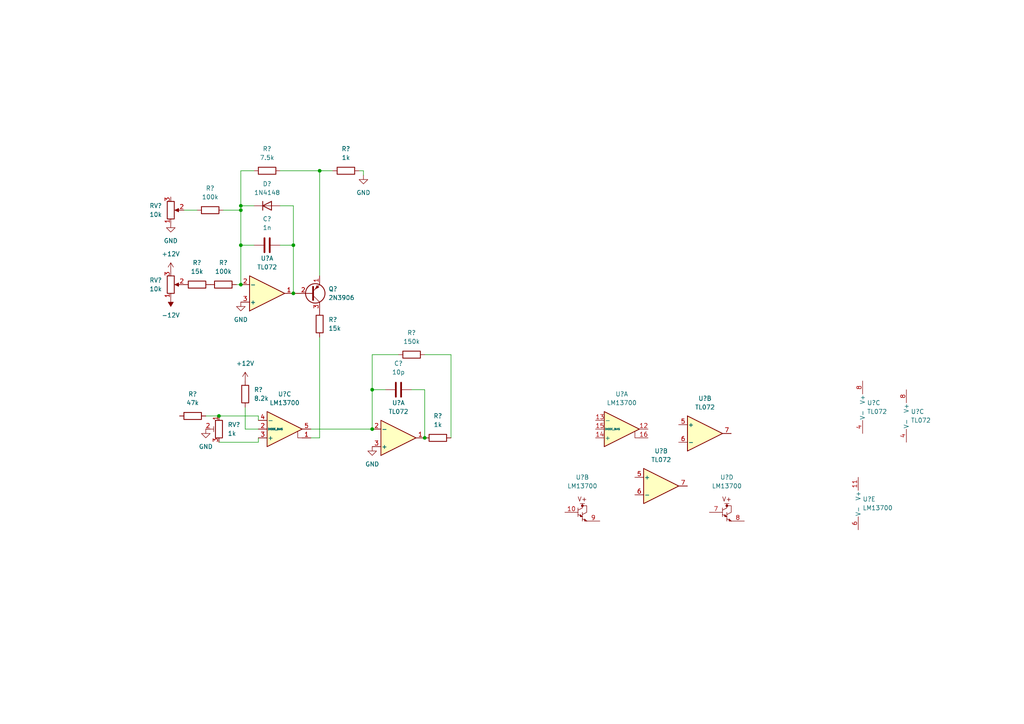
<source format=kicad_sch>
(kicad_sch (version 20211123) (generator eeschema)
  (paper "A4")
  (lib_symbols
    (symbol "Amplifier_Operational:LM13700" (pin_names (offset 0.127))
      (property "Reference" "U" (at 3.81 5.08 0))
      (property "Value" "LM13700" (at 5.08 -5.08 0))
      (symbol "LM13700_1_1"
        (polyline (pts (xy 3.81 -0.635) (xy 3.81 -2.54) (xy 5.08 -2.54)))
        (polyline (pts (xy 5.08 0) (xy -5.08 -5.08) (xy -5.08 5.08) (xy 5.08 0)) (stroke (width 0.254)) (fill (type background)))
        (pin output line (at 7.62 0 180) (length 2.54) (name "~") (number "12"))
        (pin input line (at -7.62 2.54 0) (length 2.54) (name "-") (number "13"))
        (pin input line (at -7.62 -2.54 0) (length 2.54) (name "+") (number "14"))
        (pin input line (at -7.62 0 0) (length 2.54) (name "DIODE_BIAS") (number "15"))
        (pin input line (at 7.62 -2.54 180) (length 2.54) (name "~") (number "16"))
      )
      (symbol "LM13700_2_0"
        (polyline (pts (xy -1.905 2.54) (xy -3.175 2.54)))
      )
      (symbol "LM13700_2_1"
        (circle (center -2.54 1.905) (radius 0.254) (stroke (width 0.254)) (fill (type outline)))
        (polyline (pts (xy -3.81 -0.635) (xy -2.54 -1.27)))
        (polyline (pts (xy -3.81 1.27) (xy -3.81 -1.27)))
        (polyline (pts (xy -2.54 -1.905) (xy -1.27 -2.54)))
        (polyline (pts (xy -2.54 0) (xy -2.54 -2.54)))
        (polyline (pts (xy -3.81 0.635) (xy -2.54 1.27) (xy -2.54 1.905) (xy -2.54 2.54)))
        (polyline (pts (xy -2.54 -1.27) (xy -3.175 -0.635) (xy -3.175 -1.27) (xy -2.54 -1.27)) (fill (type outline)))
        (polyline (pts (xy -2.54 -0.635) (xy -1.27 0) (xy -1.27 1.905) (xy -2.54 1.905)))
        (polyline (pts (xy -1.27 -2.54) (xy -1.905 -1.905) (xy -1.905 -2.54) (xy -1.27 -2.54)) (fill (type outline)))
        (text "V+" (at -2.54 3.81 0) (effects (font (size 1.27 1.27))))
        (pin input line (at -7.62 0 0) (length 3.81) (name "~") (number "10"))
        (pin output line (at 2.54 -2.54 180) (length 3.81) (name "~") (number "9"))
      )
      (symbol "LM13700_3_1"
        (polyline (pts (xy 3.81 -0.635) (xy 3.81 -2.54) (xy 5.08 -2.54)))
        (polyline (pts (xy 5.08 0) (xy -5.08 -5.08) (xy -5.08 5.08) (xy 5.08 0)) (stroke (width 0.254)) (fill (type background)))
        (pin input line (at 7.62 -2.54 180) (length 2.54) (name "~") (number "1"))
        (pin input line (at -7.62 0 0) (length 2.54) (name "DIODE_BIAS") (number "2"))
        (pin input line (at -7.62 -2.54 0) (length 2.54) (name "+") (number "3"))
        (pin input line (at -7.62 2.54 0) (length 2.54) (name "-") (number "4"))
        (pin output line (at 7.62 0 180) (length 2.54) (name "~") (number "5"))
      )
      (symbol "LM13700_4_0"
        (polyline (pts (xy -3.175 2.54) (xy -1.905 2.54)))
        (text "V+" (at -2.54 3.81 0) (effects (font (size 1.27 1.27))))
      )
      (symbol "LM13700_4_1"
        (circle (center -2.54 1.905) (radius 0.254) (stroke (width 0.254)) (fill (type outline)))
        (polyline (pts (xy -3.81 -0.635) (xy -2.54 -1.27)))
        (polyline (pts (xy -3.81 1.27) (xy -3.81 -1.27)))
        (polyline (pts (xy -2.54 -1.905) (xy -1.27 -2.54)))
        (polyline (pts (xy -2.54 0) (xy -2.54 -2.54)))
        (polyline (pts (xy -3.81 0.635) (xy -2.54 1.27) (xy -2.54 2.54)))
        (polyline (pts (xy -2.54 -1.27) (xy -3.175 -0.635) (xy -3.175 -1.27) (xy -2.54 -1.27)) (fill (type outline)))
        (polyline (pts (xy -2.54 -0.635) (xy -1.27 0) (xy -1.27 1.905) (xy -2.54 1.905)))
        (polyline (pts (xy -1.27 -2.54) (xy -1.905 -1.905) (xy -1.905 -2.54) (xy -1.27 -2.54)) (fill (type outline)))
        (pin input line (at -7.62 0 0) (length 3.81) (name "~") (number "7"))
        (pin output line (at 2.54 -2.54 180) (length 3.81) (name "~") (number "8"))
      )
      (symbol "LM13700_5_1"
        (pin power_in line (at -2.54 7.62 270) (length 3.81) (name "V+") (number "11"))
        (pin power_in line (at -2.54 -7.62 90) (length 3.81) (name "V-") (number "6"))
      )
    )
    (symbol "Amplifier_Operational:TL072" (pin_names (offset 0.127))
      (property "Reference" "U" (at 0 5.08 0))
      (property "Value" "TL072" (at 0 -5.08 0))
      (symbol "TL072_1_1"
        (polyline (pts (xy -5.08 5.08) (xy 5.08 0) (xy -5.08 -5.08) (xy -5.08 5.08)) (stroke (width 0.254)) (fill (type background)))
        (pin output line (at 7.62 0 180) (length 2.54) (name "~") (number "1"))
        (pin input line (at -7.62 -2.54 0) (length 2.54) (name "-") (number "2"))
        (pin input line (at -7.62 2.54 0) (length 2.54) (name "+") (number "3"))
      )
      (symbol "TL072_2_1"
        (polyline (pts (xy -5.08 5.08) (xy 5.08 0) (xy -5.08 -5.08) (xy -5.08 5.08)) (stroke (width 0.254)) (fill (type background)))
        (pin input line (at -7.62 2.54 0) (length 2.54) (name "+") (number "5"))
        (pin input line (at -7.62 -2.54 0) (length 2.54) (name "-") (number "6"))
        (pin output line (at 7.62 0 180) (length 2.54) (name "~") (number "7"))
      )
      (symbol "TL072_3_1"
        (pin power_in line (at -2.54 -7.62 90) (length 3.81) (name "V-") (number "4"))
        (pin power_in line (at -2.54 7.62 270) (length 3.81) (name "V+") (number "8"))
      )
    )
    (symbol "Device:C" (pin_numbers hide) (pin_names (offset 0.254))
      (property "Reference" "C" (at 0.635 2.54 0))
      (property "Value" "C" (at 0.635 -2.54 0))
      (symbol "C_0_1"
        (polyline (pts (xy -2.032 -0.762) (xy 2.032 -0.762)) (stroke (width 0.508)))
        (polyline (pts (xy -2.032 0.762) (xy 2.032 0.762)) (stroke (width 0.508)))
      )
      (symbol "C_1_1"
        (pin passive line (at 0 3.81 270) (length 2.794) (name "~") (number "1"))
        (pin passive line (at 0 -3.81 90) (length 2.794) (name "~") (number "2"))
      )
    )
    (symbol "Device:R" (pin_numbers hide) (pin_names (offset 0))
      (property "Reference" "R" (at 2.032 0 90))
      (property "Value" "R" (at 0 0 90))
      (symbol "R_0_1"
        (rectangle (start -1.016 -2.54) (end 1.016 2.54) (stroke (width 0.254)))
      )
      (symbol "R_1_1"
        (pin passive line (at 0 3.81 270) (length 1.27) (name "~") (number "1"))
        (pin passive line (at 0 -3.81 90) (length 1.27) (name "~") (number "2"))
      )
    )
    (symbol "Device:R_Potentiometer" (pin_names (offset 1.016) hide)
      (property "Reference" "RV" (at -4.445 0 90))
      (property "Value" "R_Potentiometer" (at -2.54 0 90))
      (symbol "R_Potentiometer_0_1"
        (polyline (pts (xy 2.54 0) (xy 1.524 0)))
        (polyline (pts (xy 1.143 0) (xy 2.286 0.508) (xy 2.286 -0.508) (xy 1.143 0)) (fill (type outline)))
        (rectangle (start 1.016 2.54) (end -1.016 -2.54) (stroke (width 0.254)))
      )
      (symbol "R_Potentiometer_1_1"
        (pin passive line (at 0 3.81 270) (length 1.27) (name "1") (number "1"))
        (pin passive line (at 3.81 0 180) (length 1.27) (name "2") (number "2"))
        (pin passive line (at 0 -3.81 90) (length 1.27) (name "3") (number "3"))
      )
    )
    (symbol "Device:R_Potentiometer_Trim" (pin_names (offset 1.016) hide)
      (property "Reference" "RV" (at -4.445 0 90))
      (property "Value" "R_Potentiometer_Trim" (at -2.54 0 90))
      (symbol "R_Potentiometer_Trim_0_1"
        (polyline (pts (xy 1.524 0.762) (xy 1.524 -0.762)))
        (polyline (pts (xy 2.54 0) (xy 1.524 0)))
        (rectangle (start 1.016 2.54) (end -1.016 -2.54) (stroke (width 0.254)))
      )
      (symbol "R_Potentiometer_Trim_1_1"
        (pin passive line (at 0 3.81 270) (length 1.27) (name "1") (number "1"))
        (pin passive line (at 3.81 0 180) (length 1.27) (name "2") (number "2"))
        (pin passive line (at 0 -3.81 90) (length 1.27) (name "3") (number "3"))
      )
    )
    (symbol "Diode:1N4148" (pin_numbers hide) (pin_names hide)
      (property "Reference" "D" (at 0 2.54 0))
      (property "Value" "1N4148" (at 0 -2.54 0))
      (symbol "1N4148_0_1"
        (polyline (pts (xy -1.27 1.27) (xy -1.27 -1.27)) (stroke (width 0.254)))
        (polyline (pts (xy 1.27 0) (xy -1.27 0)))
        (polyline (pts (xy 1.27 1.27) (xy 1.27 -1.27) (xy -1.27 0) (xy 1.27 1.27)) (stroke (width 0.254)))
      )
      (symbol "1N4148_1_1"
        (pin passive line (at -3.81 0 0) (length 2.54) (name "K") (number "1"))
        (pin passive line (at 3.81 0 180) (length 2.54) (name "A") (number "2"))
      )
    )
    (symbol "Transistor_BJT:2N3906" (pin_names (offset 0) hide)
      (property "Reference" "Q" (at 5.08 1.905 0))
      (property "Value" "2N3906" (at 5.08 0 0))
      (symbol "2N3906_0_1"
        (polyline (pts (xy 0.635 0.635) (xy 2.54 2.54)))
        (polyline (pts (xy 0.635 -0.635) (xy 2.54 -2.54) (xy 2.54 -2.54)))
        (polyline (pts (xy 0.635 1.905) (xy 0.635 -1.905) (xy 0.635 -1.905)) (stroke (width 0.508)))
        (polyline (pts (xy 2.286 -1.778) (xy 1.778 -2.286) (xy 1.27 -1.27) (xy 2.286 -1.778) (xy 2.286 -1.778)) (fill (type outline)))
        (circle (center 1.27 0) (radius 2.8194) (stroke (width 0.254)))
      )
      (symbol "2N3906_1_1"
        (pin passive line (at 2.54 -5.08 90) (length 2.54) (name "E") (number "1"))
        (pin input line (at -5.08 0 0) (length 5.715) (name "B") (number "2"))
        (pin passive line (at 2.54 5.08 270) (length 2.54) (name "C") (number "3"))
      )
    )
    (symbol "power:+12V" (power) (pin_names (offset 0))
      (property "Value" "+12V" (at 0 3.556 0))
      (symbol "+12V_0_1"
        (polyline (pts (xy -0.762 1.27) (xy 0 2.54)))
        (polyline (pts (xy 0 0) (xy 0 2.54)))
        (polyline (pts (xy 0 2.54) (xy 0.762 1.27)))
      )
      (symbol "+12V_1_1"
        (pin power_in line (at 0 0 90) (length 0) hide (name "+12V") (number "1"))
      )
    )
    (symbol "power:-12V" (power) (pin_names (offset 0))
      (property "Value" "-12V" (at 0 3.81 0))
      (symbol "-12V_0_0"
        (pin power_in line (at 0 0 90) (length 0) hide (name "-12V") (number "1"))
      )
      (symbol "-12V_0_1"
        (polyline (pts (xy 0 0) (xy 0 1.27) (xy 0.762 1.27) (xy 0 2.54) (xy -0.762 1.27) (xy 0 1.27)) (fill (type outline)))
      )
    )
    (symbol "power:GND" (power) (pin_names (offset 0))
      (property "Value" "GND" (at 0 -3.81 0))
      (symbol "GND_0_1"
        (polyline (pts (xy 0 0) (xy 0 -1.27) (xy 1.27 -1.27) (xy 0 -2.54) (xy -1.27 -1.27) (xy 0 -1.27)))
      )
      (symbol "GND_1_1"
        (pin power_in line (at 0 0 270) (length 0) hide (name "GND") (number "1"))
      )
    )
  )
  (junction (at 69.85 59.69))
  (junction (at 123.19 127))
  (junction (at 69.85 71.12))
  (junction (at 107.95 124.46))
  (junction (at 85.09 71.12))
  (junction (at 69.85 60.96))
  (junction (at 92.71 49.53))
  (junction (at 69.85 82.55))
  (junction (at 63.5 120.65))
  (junction (at 85.09 85.09))
  (junction (at 107.95 113.03))
  (wire (pts (xy 68.58 82.55) (xy 69.85 82.55)))
  (wire (pts (xy 73.66 59.69) (xy 69.85 59.69)))
  (wire (pts (xy 74.93 124.46) (xy 71.12 124.46)))
  (wire (pts (xy 74.93 128.27) (xy 74.93 127)))
  (wire (pts (xy 85.09 71.12) (xy 85.09 85.09)))
  (wire (pts (xy 71.12 124.46) (xy 71.12 118.11)))
  (wire (pts (xy 130.81 127) (xy 130.81 102.87)))
  (wire (pts (xy 123.19 113.03) (xy 123.19 127)))
  (wire (pts (xy 107.95 113.03) (xy 111.76 113.03)))
  (wire (pts (xy 69.85 59.69) (xy 69.85 60.96)))
  (wire (pts (xy 90.17 127) (xy 92.71 127)))
  (wire (pts (xy 107.95 124.46) (xy 107.95 113.03)))
  (wire (pts (xy 107.95 102.87) (xy 115.57 102.87)))
  (wire (pts (xy 81.28 59.69) (xy 85.09 59.69)))
  (wire (pts (xy 92.71 80.01) (xy 92.71 49.53)))
  (wire (pts (xy 64.77 60.96) (xy 69.85 60.96)))
  (wire (pts (xy 107.95 113.03) (xy 107.95 102.87)))
  (wire (pts (xy 63.5 120.65) (xy 74.93 120.65)))
  (wire (pts (xy 63.5 128.27) (xy 74.93 128.27)))
  (wire (pts (xy 105.41 49.53) (xy 104.14 49.53)))
  (wire (pts (xy 81.28 71.12) (xy 85.09 71.12)))
  (wire (pts (xy 105.41 50.8) (xy 105.41 49.53)))
  (wire (pts (xy 69.85 71.12) (xy 73.66 71.12)))
  (wire (pts (xy 73.66 49.53) (xy 69.85 49.53)))
  (wire (pts (xy 90.17 124.46) (xy 107.95 124.46)))
  (wire (pts (xy 92.71 49.53) (xy 96.52 49.53)))
  (wire (pts (xy 69.85 60.96) (xy 69.85 71.12)))
  (wire (pts (xy 85.09 59.69) (xy 85.09 71.12)))
  (wire (pts (xy 59.69 120.65) (xy 63.5 120.65)))
  (wire (pts (xy 69.85 82.55) (xy 69.85 71.12)))
  (wire (pts (xy 69.85 49.53) (xy 69.85 59.69)))
  (wire (pts (xy 81.28 49.53) (xy 92.71 49.53)))
  (wire (pts (xy 123.19 102.87) (xy 130.81 102.87)))
  (wire (pts (xy 74.93 120.65) (xy 74.93 121.92)))
  (wire (pts (xy 92.71 127) (xy 92.71 97.79)))
  (wire (pts (xy 119.38 113.03) (xy 123.19 113.03)))
  (wire (pts (xy 53.34 60.96) (xy 57.15 60.96)))
  (symbol (lib_id "Amplifier_Operational:TL072") (at 252.73 118.11 0) (unit 3)
    (property "Reference" "U?" (at 251.46 116.8399 0) (effects (justify left)))
    (property "Value" "TL072" (at 251.46 119.3799 0) (effects (justify left)))
    (property "Datasheet" "http://www.ti.com/lit/ds/symlink/tl071.pdf" (effects hide))
  )
  (symbol (lib_id "power:GND") (at 59.69 124.46 0) (unit 1)
    (property "Reference" "#PWR?" (effects hide))
    (property "Value" "GND" (at 59.69 129.54 0))
  )
  (symbol (lib_id "Device:R") (at 100.33 49.53 90) (unit 1)
    (property "Reference" "R?" (at 100.33 43.18 90))
    (property "Value" "1k" (at 100.33 45.72 90))
  )
  (symbol (lib_id "power:GND") (at 69.85 87.63 0) (unit 1)
    (property "Reference" "#PWR?" (effects hide))
    (property "Value" "GND" (at 69.85 92.71 0))
  )
  (symbol (lib_id "power:GND") (at 49.53 64.77 0) (unit 1)
    (property "Reference" "#PWR?" (effects hide))
    (property "Value" "GND" (at 49.53 69.85 0))
  )
  (symbol (lib_id "Device:R") (at 77.47 49.53 90) (unit 1)
    (property "Reference" "R?" (at 77.47 43.18 90))
    (property "Value" "7.5k" (at 77.47 45.72 90))
  )
  (symbol (lib_id "Amplifier_Operational:TL072") (at 204.47 125.73 0) (unit 2)
    (property "Reference" "U?" (at 204.47 115.57 0))
    (property "Value" "TL072" (at 204.47 118.11 0))
    (property "Datasheet" "http://www.ti.com/lit/ds/symlink/tl071.pdf" (effects hide))
  )
  (symbol (lib_id "Amplifier_Operational:LM13700") (at 213.36 148.59 0) (unit 4)
    (property "Reference" "U?" (at 210.82 138.43 0))
    (property "Value" "LM13700" (at 210.82 140.97 0))
    (property "Datasheet" "http://www.ti.com/lit/ds/symlink/lm13700.pdf" (effects hide))
  )
  (symbol (lib_id "Device:R") (at 92.71 93.98 180) (unit 1)
    (property "Reference" "R?" (at 95.25 92.7099 0) (effects (justify right)))
    (property "Value" "15k" (at 95.25 95.2499 0) (effects (justify right)))
  )
  (symbol (lib_id "Device:R") (at 55.88 120.65 90) (unit 1)
    (property "Reference" "R?" (at 55.88 114.3 90))
    (property "Value" "47k" (at 55.88 116.84 90))
  )
  (symbol (lib_id "Device:R") (at 127 127 90) (unit 1)
    (property "Reference" "R?" (at 127 120.65 90))
    (property "Value" "1k" (at 127 123.19 90))
  )
  (symbol (lib_id "power:+12V") (at 71.12 110.49 0) (unit 1)
    (property "Reference" "#PWR?" (effects hide))
    (property "Value" "+12V" (at 71.12 105.41 0))
  )
  (symbol (lib_id "Amplifier_Operational:TL072") (at 115.57 127 0) (mirror x) (unit 1)
    (property "Reference" "U?" (at 115.57 116.84 0))
    (property "Value" "TL072" (at 115.57 119.38 0))
    (property "Datasheet" "http://www.ti.com/lit/ds/symlink/tl071.pdf" (effects hide))
  )
  (symbol (lib_id "Amplifier_Operational:TL072") (at 77.47 85.09 0) (mirror x) (unit 1)
    (property "Reference" "U?" (at 77.47 74.93 0))
    (property "Value" "TL072" (at 77.47 77.47 0))
    (property "Datasheet" "http://www.ti.com/lit/ds/symlink/tl071.pdf" (effects hide))
  )
  (symbol (lib_id "Amplifier_Operational:TL072") (at 191.77 140.97 0) (unit 2)
    (property "Reference" "U?" (at 191.77 130.81 0))
    (property "Value" "TL072" (at 191.77 133.35 0))
    (property "Datasheet" "http://www.ti.com/lit/ds/symlink/tl071.pdf" (effects hide))
  )
  (symbol (lib_id "Device:R") (at 64.77 82.55 90) (unit 1)
    (property "Reference" "R?" (at 64.77 76.2 90))
    (property "Value" "100k" (at 64.77 78.74 90))
  )
  (symbol (lib_id "power:GND") (at 107.95 129.54 0) (unit 1)
    (property "Reference" "#PWR?" (effects hide))
    (property "Value" "GND" (at 107.95 134.62 0))
  )
  (symbol (lib_id "Amplifier_Operational:LM13700") (at 180.34 124.46 0) (unit 1)
    (property "Reference" "U?" (at 180.34 114.3 0))
    (property "Value" "LM13700" (at 180.34 116.84 0))
    (property "Datasheet" "http://www.ti.com/lit/ds/symlink/lm13700.pdf" (effects hide))
  )
  (symbol (lib_id "Device:R") (at 57.15 82.55 90) (unit 1)
    (property "Reference" "R?" (at 57.15 76.2 90))
    (property "Value" "15k" (at 57.15 78.74 90))
  )
  (symbol (lib_id "Device:R") (at 119.38 102.87 90) (unit 1)
    (property "Reference" "R?" (at 119.38 96.52 90))
    (property "Value" "150k" (at 119.38 99.06 90))
  )
  (symbol (lib_id "Amplifier_Operational:LM13700") (at 82.55 124.46 0) (unit 3)
    (property "Reference" "U?" (at 82.55 114.3 0))
    (property "Value" "LM13700" (at 82.55 116.84 0))
    (property "Datasheet" "http://www.ti.com/lit/ds/symlink/lm13700.pdf" (effects hide))
  )
  (symbol (lib_id "Device:R_Potentiometer_Trim") (at 63.5 124.46 0) (mirror y) (unit 1)
    (property "Reference" "RV?" (at 66.04 123.19 0) (effects (justify right)))
    (property "Value" "1k" (at 66.04 125.73 0) (effects (justify right)))
  )
  (symbol (lib_id "Device:C") (at 115.57 113.03 90) (unit 1)
    (property "Reference" "C?" (at 115.57 105.41 90))
    (property "Value" "10p" (at 115.57 107.95 90))
  )
  (symbol (lib_id "Device:R_Potentiometer") (at 49.53 82.55 0) (mirror x) (unit 1)
    (property "Reference" "RV?" (at 46.99 81.2799 0) (effects (justify right)))
    (property "Value" "10k" (at 46.99 83.8199 0) (effects (justify right)))
  )
  (symbol (lib_id "Device:R") (at 60.96 60.96 90) (unit 1)
    (property "Reference" "R?" (at 60.96 54.61 90))
    (property "Value" "100k" (at 60.96 57.15 90))
  )
  (symbol (lib_id "Device:C") (at 77.47 71.12 90) (unit 1)
    (property "Reference" "C?" (at 77.47 63.5 90))
    (property "Value" "1n" (at 77.47 66.04 90))
  )
  (symbol (lib_id "Amplifier_Operational:TL072") (at 265.43 120.65 0) (unit 3)
    (property "Reference" "U?" (at 264.16 119.3799 0) (effects (justify left)))
    (property "Value" "TL072" (at 264.16 121.9199 0) (effects (justify left)))
    (property "Datasheet" "http://www.ti.com/lit/ds/symlink/tl071.pdf" (effects hide))
  )
  (symbol (lib_id "power:+12V") (at 49.53 78.74 0) (unit 1)
    (property "Reference" "#PWR?" (effects hide))
    (property "Value" "+12V" (at 49.53 73.66 0))
  )
  (symbol (lib_id "Device:R_Potentiometer") (at 49.53 60.96 0) (mirror x) (unit 1)
    (property "Reference" "RV?" (at 46.99 59.6899 0) (effects (justify right)))
    (property "Value" "10k" (at 46.99 62.2299 0) (effects (justify right)))
  )
  (symbol (lib_id "Amplifier_Operational:LM13700") (at 251.46 146.05 0) (unit 5)
    (property "Reference" "U?" (at 250.19 144.7799 0) (effects (justify left)))
    (property "Value" "LM13700" (at 250.19 147.3199 0) (effects (justify left)))
    (property "Datasheet" "http://www.ti.com/lit/ds/symlink/lm13700.pdf" (effects hide))
  )
  (symbol (lib_id "power:GND") (at 105.41 50.8 0) (unit 1)
    (property "Reference" "#PWR?" (effects hide))
    (property "Value" "GND" (at 105.41 55.88 0))
  )
  (symbol (lib_id "Amplifier_Operational:LM13700") (at 171.45 148.59 0) (unit 2)
    (property "Reference" "U?" (at 168.91 138.43 0))
    (property "Value" "LM13700" (at 168.91 140.97 0))
    (property "Datasheet" "http://www.ti.com/lit/ds/symlink/lm13700.pdf" (effects hide))
  )
  (symbol (lib_id "Diode:1N4148") (at 77.47 59.69 0) (unit 1)
    (property "Reference" "D?" (at 77.47 53.34 0))
    (property "Value" "1N4148" (at 77.47 55.88 0))
    (property "Footprint" "Diode_THT:D_DO-35_SOD27_P7.62mm_Horizontal" (effects hide))
    (property "Datasheet" "https://assets.nexperia.com/documents/data-sheet/1N4148_1N4448.pdf" (effects hide))
  )
  (symbol (lib_id "Transistor_BJT:2N3906") (at 90.17 85.09 0) (mirror x) (unit 1)
    (property "Reference" "Q?" (at 95.25 83.8199 0) (effects (justify left)))
    (property "Value" "2N3906" (at 95.25 86.3599 0) (effects (justify left)))
    (property "Footprint" "Package_TO_SOT_THT:TO-92_Inline" (effects hide))
    (property "Datasheet" "https://www.onsemi.com/pub/Collateral/2N3906-D.PDF" (effects hide))
  )
  (symbol (lib_id "power:-12V") (at 49.53 86.36 180) (unit 1)
    (property "Reference" "#PWR?" (effects hide))
    (property "Value" "-12V" (at 49.53 91.44 0))
  )
  (symbol (lib_id "Device:R") (at 71.12 114.3 0) (unit 1)
    (property "Reference" "R?" (at 73.66 113.0299 0) (effects (justify left)))
    (property "Value" "8.2k" (at 73.66 115.5699 0) (effects (justify left)))
  )
)
</source>
